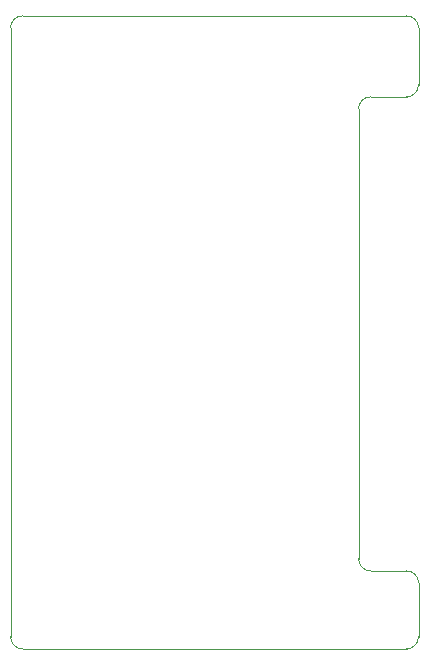
<source format=gm1>
%TF.GenerationSoftware,KiCad,Pcbnew,8.0.6*%
%TF.CreationDate,2025-06-17T20:58:39+05:30*%
%TF.ProjectId,Breadboard Power Supply,42726561-6462-46f6-9172-6420506f7765,rev?*%
%TF.SameCoordinates,Original*%
%TF.FileFunction,Profile,NP*%
%FSLAX46Y46*%
G04 Gerber Fmt 4.6, Leading zero omitted, Abs format (unit mm)*
G04 Created by KiCad (PCBNEW 8.0.6) date 2025-06-17 20:58:39*
%MOMM*%
%LPD*%
G01*
G04 APERTURE LIST*
%TA.AperFunction,Profile*%
%ADD10C,0.050000*%
%TD*%
G04 APERTURE END LIST*
D10*
X190500000Y-85090000D02*
G75*
G02*
X191516000Y-84074000I1016000J0D01*
G01*
X195580000Y-83058000D02*
G75*
G02*
X194564000Y-84074000I-1016000J0D01*
G01*
X191516000Y-124206000D02*
G75*
G02*
X190500000Y-123190000I0J1016000D01*
G01*
X194564000Y-124206000D02*
G75*
G02*
X195580000Y-125222000I0J-1016000D01*
G01*
X194564000Y-77216000D02*
G75*
G02*
X195580000Y-78232000I0J-1016000D01*
G01*
X195580000Y-129794000D02*
G75*
G02*
X194564000Y-130810000I-1016000J0D01*
G01*
X162052000Y-130810000D02*
G75*
G02*
X161036000Y-129794000I0J1016000D01*
G01*
X161036000Y-78232000D02*
G75*
G02*
X162052000Y-77216000I1016000J0D01*
G01*
X195580000Y-125222000D02*
X195580000Y-129794000D01*
X191516000Y-124206000D02*
X194564000Y-124206000D01*
X190500000Y-85090000D02*
X190500000Y-123190000D01*
X194564000Y-84074000D02*
X191516000Y-84074000D01*
X195580000Y-78232000D02*
X195580000Y-83058000D01*
X162052000Y-77216000D02*
X194564000Y-77216000D01*
X161036000Y-129794000D02*
X161036000Y-78232000D01*
X194564000Y-130810000D02*
X162052000Y-130810000D01*
M02*

</source>
